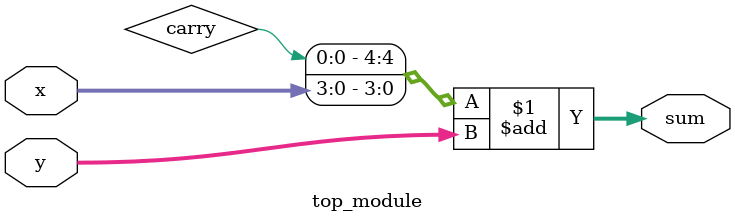
<source format=sv>
module top_module (
	input [3:0] x,
	input [3:0] y,
	output [4:0] sum
);

	// internal signal for carry bit
	wire carry;

	// generate the sum
	assign sum = {carry, x} + y;

endmodule

</source>
